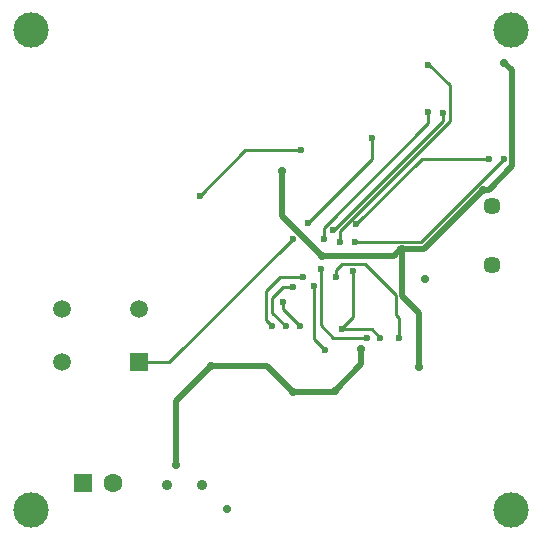
<source format=gbr>
G04*
G04 #@! TF.GenerationSoftware,Altium Limited,Altium Designer,24.8.2 (39)*
G04*
G04 Layer_Physical_Order=4*
G04 Layer_Color=16711680*
%FSLAX26Y26*%
%MOIN*%
G70*
G04*
G04 #@! TF.SameCoordinates,943EF9C2-7E4B-4E9F-8D88-1E315B4C2DD2*
G04*
G04*
G04 #@! TF.FilePolarity,Positive*
G04*
G01*
G75*
%ADD11C,0.010000*%
%ADD56R,0.059055X0.059055*%
%ADD57C,0.059055*%
%ADD59C,0.057087*%
%ADD60C,0.062992*%
%ADD61R,0.062992X0.062992*%
%ADD62C,0.035433*%
%ADD65C,0.020000*%
%ADD68C,0.118110*%
%ADD69C,0.027559*%
%ADD70C,0.023622*%
D11*
X446456Y594417D02*
X561501D01*
X973125Y1006042D02*
X975042D01*
X561501Y594417D02*
X973125Y1006042D01*
X1239000Y1270000D02*
Y1340000D01*
X1026000Y1057000D02*
X1239000Y1270000D01*
X1181000Y996000D02*
X1402000D01*
X1677000Y1271000D01*
X1131000Y1031875D02*
X1497811Y1398686D01*
X1131000Y996000D02*
Y1031875D01*
X1318424Y751420D02*
Y817577D01*
X1327000Y673000D02*
Y742843D01*
X1318424Y751420D02*
X1327000Y742843D01*
X1215189Y920811D02*
X1318424Y817577D01*
X1139000Y704000D02*
X1238000D01*
X1266000Y676000D02*
Y676000D01*
X1238000Y704000D02*
X1266000Y676000D01*
X1109000Y676000D02*
X1221000D01*
X940346Y772866D02*
Y794000D01*
X999000Y714213D02*
Y714213D01*
X940346Y772866D02*
X999000Y714213D01*
X885000Y733000D02*
X905000Y713000D01*
X885000Y733000D02*
Y829787D01*
X906000Y759000D02*
X952000Y713000D01*
X906000Y759000D02*
Y807000D01*
X1119606Y881606D02*
Y902606D01*
X1137811Y920811D01*
X1117000Y879000D02*
X1119606Y881606D01*
X1045189Y848000D02*
X1046000Y847189D01*
X1067000Y718000D02*
X1109000Y676000D01*
X1046000Y671000D02*
Y847189D01*
X1067000Y718000D02*
Y903000D01*
X1046000Y671000D02*
X1081000Y636000D01*
X885000Y829787D02*
X932213Y877000D01*
X1110071Y1034071D02*
X1475189Y1399189D01*
X1109300Y1034071D02*
X1110071D01*
X1426000Y1391500D02*
Y1428000D01*
X1077000Y1006000D02*
Y1042500D01*
X1426000Y1391500D01*
X1137811Y920811D02*
X1215189D01*
X1139000Y707686D02*
X1176000Y744686D01*
Y899000D01*
X1139000Y704000D02*
Y707686D01*
X1403000Y1271000D02*
X1626000D01*
X1627000Y1270000D01*
X906000Y807000D02*
X942189Y843189D01*
X973875D01*
X932213Y877000D02*
X1008000D01*
X1429000Y1586000D02*
X1497811Y1517189D01*
X1186029Y1054029D02*
X1403000Y1271000D01*
X1497811Y1398686D02*
Y1517189D01*
X1184000Y1054029D02*
X1186029D01*
X1475189Y1399189D02*
Y1425189D01*
X1476000Y1426000D01*
X1423000Y1586000D02*
X1429000D01*
X663000Y1149000D02*
X815000Y1301000D01*
X1001000D01*
D56*
X459953Y594417D02*
D03*
D57*
Y771583D02*
D03*
X204047D02*
D03*
Y594417D02*
D03*
D59*
X1636614Y919394D02*
D03*
Y1116244D02*
D03*
D60*
X375000Y192000D02*
D03*
D61*
X275000D02*
D03*
D62*
X553890Y184000D02*
D03*
X672000D02*
D03*
D65*
X1338000Y972220D02*
X1411850D01*
X1609261Y1169632D01*
X1311000Y949000D02*
X1335531Y973531D01*
X1070000Y949000D02*
X1311000D01*
X1335531Y973531D02*
X1338424D01*
Y814099D02*
X1393000Y759523D01*
X1338424Y814099D02*
Y973531D01*
X1703807Y1412523D02*
X1703811Y1412519D01*
X1703807Y1412523D02*
Y1567193D01*
X1679000Y1592000D02*
X1703807Y1567193D01*
X1626632Y1169632D02*
X1703811Y1246811D01*
Y1412519D01*
X1113000Y499000D02*
X1201000Y587000D01*
Y637000D01*
X938000Y1081000D02*
Y1231000D01*
Y1081000D02*
X1070000Y949000D01*
X1609261Y1169632D02*
X1626632D01*
X1393000Y579000D02*
Y759523D01*
X1110955Y499000D02*
X1113000D01*
X974000Y494000D02*
X1105955D01*
X1110955Y499000D01*
X585000Y252000D02*
Y464000D01*
X702000Y581000D01*
X887000D02*
X974000Y494000D01*
X702000Y581000D02*
X887000D01*
D68*
X100000Y100000D02*
D03*
Y1700000D02*
D03*
X1700000Y100000D02*
D03*
Y1700000D02*
D03*
D69*
X1338000Y972220D02*
D03*
X1201000Y637000D02*
D03*
X1070000Y949000D02*
D03*
X938000Y1231000D02*
D03*
X1679000Y1592000D02*
D03*
X1607815Y1168185D02*
D03*
X1415000Y870000D02*
D03*
X1393000Y579000D02*
D03*
X1113000Y499000D02*
D03*
X756000Y104000D02*
D03*
X585000Y252000D02*
D03*
X702000Y581000D02*
D03*
X974000Y494000D02*
D03*
D70*
X1026000Y1057000D02*
D03*
X1131000Y996000D02*
D03*
X1181000D02*
D03*
X1266000Y676000D02*
D03*
X1221000D02*
D03*
X905000Y713000D02*
D03*
X952000D02*
D03*
X975042Y1006042D02*
D03*
X1117000Y879000D02*
D03*
X1045189Y848000D02*
D03*
X1067000Y903000D02*
D03*
X999000Y714213D02*
D03*
X1109300Y1034071D02*
D03*
X1077000Y1006000D02*
D03*
X1176000Y899000D02*
D03*
X1627000Y1270000D02*
D03*
X973875Y843189D02*
D03*
X1008000Y877000D02*
D03*
X1184000Y1054029D02*
D03*
X1426000Y1428000D02*
D03*
X1239000Y1340000D02*
D03*
X1423000Y1586000D02*
D03*
X1476000Y1426000D02*
D03*
X1677000Y1271000D02*
D03*
X1327000Y673000D02*
D03*
X1001000Y1301000D02*
D03*
X663000Y1149000D02*
D03*
X940346Y794000D02*
D03*
X1081000Y636000D02*
D03*
X1139000Y704000D02*
D03*
M02*

</source>
